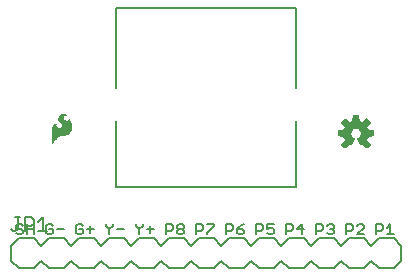
<source format=gbr>
G04 EAGLE Gerber RS-274X export*
G75*
%MOMM*%
%FSLAX34Y34*%
%LPD*%
%INSilkscreen Top*%
%IPPOS*%
%AMOC8*
5,1,8,0,0,1.08239X$1,22.5*%
G01*
%ADD10C,0.152400*%
%ADD11C,0.203200*%
%ADD12C,0.127000*%

G36*
X301420Y101746D02*
X301420Y101746D01*
X301528Y101756D01*
X301541Y101762D01*
X301555Y101764D01*
X301652Y101812D01*
X301751Y101857D01*
X301764Y101868D01*
X301773Y101872D01*
X301788Y101888D01*
X301865Y101950D01*
X304450Y104535D01*
X304513Y104624D01*
X304579Y104709D01*
X304584Y104722D01*
X304592Y104734D01*
X304623Y104837D01*
X304659Y104940D01*
X304659Y104954D01*
X304663Y104967D01*
X304659Y105075D01*
X304660Y105184D01*
X304655Y105197D01*
X304655Y105211D01*
X304617Y105313D01*
X304582Y105415D01*
X304573Y105430D01*
X304569Y105439D01*
X304555Y105456D01*
X304501Y105538D01*
X301737Y108928D01*
X302294Y110010D01*
X302300Y110030D01*
X302342Y110125D01*
X302713Y111284D01*
X307064Y111727D01*
X307168Y111755D01*
X307274Y111780D01*
X307286Y111787D01*
X307299Y111790D01*
X307389Y111851D01*
X307482Y111908D01*
X307490Y111919D01*
X307502Y111927D01*
X307568Y112013D01*
X307637Y112097D01*
X307641Y112110D01*
X307650Y112121D01*
X307684Y112224D01*
X307723Y112325D01*
X307724Y112343D01*
X307728Y112352D01*
X307728Y112374D01*
X307737Y112472D01*
X307737Y116128D01*
X307720Y116235D01*
X307706Y116343D01*
X307700Y116355D01*
X307698Y116369D01*
X307646Y116465D01*
X307599Y116562D01*
X307589Y116572D01*
X307583Y116584D01*
X307503Y116658D01*
X307427Y116735D01*
X307415Y116741D01*
X307405Y116751D01*
X307306Y116796D01*
X307209Y116844D01*
X307191Y116848D01*
X307182Y116852D01*
X307161Y116854D01*
X307064Y116873D01*
X302713Y117316D01*
X302342Y118475D01*
X302333Y118492D01*
X302331Y118500D01*
X302327Y118507D01*
X302294Y118590D01*
X301737Y119672D01*
X304501Y123062D01*
X304555Y123156D01*
X304612Y123248D01*
X304615Y123261D01*
X304622Y123273D01*
X304643Y123380D01*
X304668Y123485D01*
X304666Y123499D01*
X304669Y123513D01*
X304654Y123620D01*
X304644Y123728D01*
X304638Y123741D01*
X304636Y123755D01*
X304588Y123852D01*
X304543Y123951D01*
X304532Y123964D01*
X304528Y123973D01*
X304512Y123988D01*
X304450Y124065D01*
X301865Y126650D01*
X301776Y126713D01*
X301691Y126779D01*
X301678Y126784D01*
X301666Y126792D01*
X301563Y126823D01*
X301460Y126859D01*
X301446Y126859D01*
X301433Y126863D01*
X301325Y126859D01*
X301216Y126860D01*
X301203Y126855D01*
X301189Y126855D01*
X301087Y126817D01*
X300985Y126782D01*
X300970Y126773D01*
X300961Y126769D01*
X300944Y126755D01*
X300862Y126701D01*
X297472Y123937D01*
X296390Y124494D01*
X296370Y124500D01*
X296275Y124542D01*
X295116Y124913D01*
X294673Y129264D01*
X294645Y129368D01*
X294620Y129474D01*
X294613Y129486D01*
X294610Y129499D01*
X294549Y129589D01*
X294492Y129682D01*
X294481Y129690D01*
X294473Y129702D01*
X294387Y129768D01*
X294303Y129837D01*
X294290Y129841D01*
X294279Y129850D01*
X294176Y129884D01*
X294075Y129923D01*
X294057Y129924D01*
X294048Y129928D01*
X294026Y129928D01*
X293928Y129937D01*
X290272Y129937D01*
X290165Y129920D01*
X290057Y129906D01*
X290045Y129900D01*
X290031Y129898D01*
X289935Y129846D01*
X289838Y129799D01*
X289828Y129789D01*
X289816Y129783D01*
X289742Y129703D01*
X289665Y129627D01*
X289659Y129615D01*
X289649Y129605D01*
X289604Y129506D01*
X289556Y129409D01*
X289552Y129391D01*
X289548Y129382D01*
X289546Y129361D01*
X289527Y129264D01*
X289084Y124913D01*
X287925Y124542D01*
X287907Y124532D01*
X287810Y124494D01*
X286728Y123937D01*
X283338Y126701D01*
X283244Y126755D01*
X283152Y126812D01*
X283139Y126815D01*
X283127Y126822D01*
X283020Y126843D01*
X282915Y126868D01*
X282901Y126866D01*
X282887Y126869D01*
X282780Y126854D01*
X282672Y126844D01*
X282659Y126838D01*
X282646Y126836D01*
X282548Y126788D01*
X282449Y126743D01*
X282436Y126732D01*
X282427Y126728D01*
X282412Y126712D01*
X282335Y126650D01*
X279750Y124065D01*
X279687Y123976D01*
X279621Y123891D01*
X279616Y123878D01*
X279608Y123866D01*
X279577Y123763D01*
X279541Y123660D01*
X279541Y123646D01*
X279537Y123633D01*
X279541Y123525D01*
X279540Y123416D01*
X279545Y123403D01*
X279545Y123389D01*
X279583Y123287D01*
X279618Y123185D01*
X279627Y123170D01*
X279631Y123161D01*
X279645Y123144D01*
X279699Y123062D01*
X282463Y119672D01*
X281906Y118590D01*
X281900Y118570D01*
X281858Y118475D01*
X281487Y117316D01*
X277136Y116873D01*
X277032Y116845D01*
X276926Y116820D01*
X276914Y116813D01*
X276901Y116810D01*
X276811Y116749D01*
X276718Y116692D01*
X276710Y116681D01*
X276698Y116673D01*
X276632Y116587D01*
X276564Y116503D01*
X276559Y116490D01*
X276550Y116479D01*
X276516Y116376D01*
X276477Y116275D01*
X276476Y116257D01*
X276472Y116248D01*
X276473Y116226D01*
X276463Y116128D01*
X276463Y112472D01*
X276480Y112365D01*
X276494Y112257D01*
X276500Y112245D01*
X276502Y112231D01*
X276554Y112135D01*
X276601Y112038D01*
X276611Y112028D01*
X276617Y112016D01*
X276697Y111942D01*
X276773Y111865D01*
X276785Y111859D01*
X276796Y111849D01*
X276894Y111804D01*
X276991Y111756D01*
X277009Y111752D01*
X277018Y111748D01*
X277039Y111746D01*
X277136Y111727D01*
X281487Y111284D01*
X281858Y110125D01*
X281868Y110107D01*
X281906Y110010D01*
X282463Y108928D01*
X279699Y105538D01*
X279645Y105444D01*
X279588Y105352D01*
X279585Y105339D01*
X279578Y105327D01*
X279557Y105220D01*
X279532Y105115D01*
X279534Y105101D01*
X279531Y105087D01*
X279546Y104980D01*
X279556Y104872D01*
X279562Y104859D01*
X279564Y104846D01*
X279612Y104748D01*
X279657Y104649D01*
X279668Y104636D01*
X279672Y104627D01*
X279688Y104612D01*
X279750Y104535D01*
X282335Y101950D01*
X282424Y101887D01*
X282509Y101821D01*
X282522Y101816D01*
X282534Y101808D01*
X282637Y101777D01*
X282740Y101741D01*
X282754Y101741D01*
X282767Y101737D01*
X282875Y101741D01*
X282984Y101740D01*
X282997Y101745D01*
X283011Y101745D01*
X283113Y101783D01*
X283215Y101818D01*
X283230Y101827D01*
X283239Y101831D01*
X283256Y101845D01*
X283338Y101899D01*
X286728Y104663D01*
X287810Y104106D01*
X287863Y104089D01*
X287912Y104063D01*
X287978Y104052D01*
X288042Y104031D01*
X288098Y104032D01*
X288152Y104023D01*
X288219Y104034D01*
X288286Y104035D01*
X288338Y104053D01*
X288393Y104062D01*
X288453Y104094D01*
X288516Y104117D01*
X288559Y104151D01*
X288609Y104177D01*
X288655Y104226D01*
X288707Y104268D01*
X288738Y104315D01*
X288776Y104355D01*
X288832Y104460D01*
X288840Y104473D01*
X288841Y104478D01*
X288845Y104485D01*
X290998Y109682D01*
X291018Y109766D01*
X291023Y109778D01*
X291025Y109794D01*
X291050Y109880D01*
X291049Y109900D01*
X291054Y109920D01*
X291046Y110002D01*
X291047Y110021D01*
X291043Y110041D01*
X291039Y110124D01*
X291032Y110143D01*
X291030Y110163D01*
X290998Y110232D01*
X290992Y110259D01*
X290977Y110283D01*
X290950Y110352D01*
X290937Y110367D01*
X290929Y110385D01*
X290884Y110434D01*
X290864Y110466D01*
X290832Y110492D01*
X290793Y110538D01*
X290772Y110553D01*
X290762Y110563D01*
X290741Y110575D01*
X290678Y110619D01*
X290675Y110621D01*
X290674Y110621D01*
X290672Y110623D01*
X289788Y111118D01*
X289109Y111745D01*
X288595Y112514D01*
X288275Y113382D01*
X288167Y114299D01*
X288280Y115234D01*
X288611Y116115D01*
X289143Y116892D01*
X289844Y117521D01*
X290674Y117964D01*
X291586Y118198D01*
X292528Y118208D01*
X293444Y117994D01*
X294284Y117569D01*
X294998Y116956D01*
X295547Y116191D01*
X295898Y115317D01*
X296031Y114385D01*
X295939Y113448D01*
X295627Y112560D01*
X295112Y111772D01*
X294425Y111128D01*
X293526Y110622D01*
X293486Y110589D01*
X293444Y110567D01*
X293413Y110534D01*
X293365Y110499D01*
X293352Y110482D01*
X293336Y110469D01*
X293301Y110415D01*
X293277Y110389D01*
X293264Y110358D01*
X293222Y110301D01*
X293216Y110281D01*
X293205Y110263D01*
X293187Y110190D01*
X293177Y110167D01*
X293174Y110143D01*
X293151Y110068D01*
X293152Y110047D01*
X293147Y110026D01*
X293154Y109942D01*
X293153Y109924D01*
X293156Y109908D01*
X293159Y109824D01*
X293167Y109798D01*
X293168Y109783D01*
X293178Y109761D01*
X293202Y109682D01*
X293510Y108937D01*
X293511Y108937D01*
X293821Y108188D01*
X294131Y107439D01*
X294131Y107438D01*
X294442Y106690D01*
X294442Y106689D01*
X294752Y105940D01*
X295062Y105191D01*
X295063Y105191D01*
X295355Y104485D01*
X295384Y104438D01*
X295405Y104386D01*
X295448Y104335D01*
X295484Y104278D01*
X295527Y104243D01*
X295563Y104200D01*
X295620Y104166D01*
X295672Y104123D01*
X295724Y104104D01*
X295772Y104075D01*
X295838Y104061D01*
X295901Y104037D01*
X295956Y104035D01*
X296010Y104024D01*
X296077Y104031D01*
X296144Y104029D01*
X296198Y104045D01*
X296253Y104052D01*
X296364Y104096D01*
X296378Y104100D01*
X296382Y104103D01*
X296390Y104106D01*
X297472Y104663D01*
X300862Y101899D01*
X300956Y101845D01*
X301048Y101788D01*
X301061Y101785D01*
X301073Y101778D01*
X301180Y101757D01*
X301285Y101732D01*
X301299Y101734D01*
X301313Y101731D01*
X301420Y101746D01*
G37*
G36*
X34955Y105100D02*
X34955Y105100D01*
X34955Y105198D01*
X35454Y105696D01*
X35454Y105697D01*
X35754Y106197D01*
X36254Y106696D01*
X36254Y106697D01*
X36754Y107297D01*
X37954Y108496D01*
X37954Y108497D01*
X38554Y109197D01*
X39154Y109896D01*
X40153Y110896D01*
X40653Y111196D01*
X41152Y111495D01*
X41750Y111595D01*
X43650Y111595D01*
X43651Y111595D01*
X44851Y111795D01*
X45951Y112095D01*
X45952Y112096D01*
X45952Y112095D01*
X46952Y112495D01*
X46952Y112496D01*
X46953Y112496D01*
X47953Y113096D01*
X48753Y113796D01*
X48754Y113796D01*
X49554Y114596D01*
X49554Y114597D01*
X50254Y115497D01*
X50254Y115498D01*
X51254Y117298D01*
X51255Y117299D01*
X51755Y119199D01*
X51755Y119200D01*
X51855Y120900D01*
X51855Y120901D01*
X51555Y122501D01*
X51555Y122502D01*
X51055Y124002D01*
X51054Y124002D01*
X51054Y124003D01*
X50354Y125103D01*
X49554Y126003D01*
X49553Y126003D01*
X49553Y126004D01*
X48753Y126504D01*
X48751Y126504D01*
X48751Y126505D01*
X48749Y126504D01*
X48746Y126503D01*
X48746Y126501D01*
X48745Y126500D01*
X48745Y125601D01*
X48645Y125302D01*
X48546Y125103D01*
X48247Y124804D01*
X47949Y124705D01*
X47651Y124705D01*
X46852Y124905D01*
X46452Y125104D01*
X46153Y125304D01*
X45753Y125604D01*
X45154Y126203D01*
X44954Y126503D01*
X44755Y126802D01*
X44655Y127201D01*
X44655Y127799D01*
X44755Y128098D01*
X44854Y128298D01*
X45054Y128596D01*
X45453Y128896D01*
X45852Y129095D01*
X46351Y129195D01*
X46751Y129295D01*
X47349Y129295D01*
X47548Y129196D01*
X47549Y129196D01*
X47550Y129195D01*
X47650Y129195D01*
X47651Y129196D01*
X47653Y129196D01*
X47653Y129198D01*
X47655Y129199D01*
X47653Y129201D01*
X47654Y129204D01*
X47554Y129304D01*
X47553Y129304D01*
X47153Y129604D01*
X47152Y129604D01*
X45752Y130304D01*
X45751Y130304D01*
X45751Y130305D01*
X44851Y130505D01*
X44850Y130505D01*
X43850Y130505D01*
X43849Y130505D01*
X42749Y130305D01*
X42748Y130304D01*
X41648Y129704D01*
X41647Y129704D01*
X40747Y129004D01*
X40747Y129003D01*
X40746Y129003D01*
X40246Y128203D01*
X40246Y128202D01*
X40245Y128202D01*
X39945Y127302D01*
X39945Y127301D01*
X39946Y127301D01*
X39945Y127300D01*
X39945Y126500D01*
X39946Y126499D01*
X39945Y126499D01*
X40145Y125599D01*
X40146Y125598D01*
X40646Y124698D01*
X40646Y124697D01*
X41346Y123897D01*
X42146Y122997D01*
X42146Y122996D01*
X42846Y122297D01*
X43145Y121499D01*
X43145Y120801D01*
X42946Y120203D01*
X42547Y119704D01*
X41948Y119305D01*
X41149Y119105D01*
X40350Y119105D01*
X39851Y119205D01*
X39353Y119404D01*
X38754Y120003D01*
X38555Y120302D01*
X38455Y120601D01*
X38455Y120999D01*
X38554Y121297D01*
X39153Y121896D01*
X39452Y121995D01*
X39452Y121996D01*
X39852Y122196D01*
X39853Y122197D01*
X39854Y122196D01*
X39954Y122296D01*
X39954Y122297D01*
X39954Y122299D01*
X39954Y122303D01*
X39953Y122303D01*
X39952Y122304D01*
X39552Y122504D01*
X39551Y122504D01*
X39550Y122505D01*
X38350Y122505D01*
X38349Y122505D01*
X37749Y122405D01*
X37249Y122305D01*
X37249Y122304D01*
X37248Y122305D01*
X36748Y122105D01*
X36748Y122104D01*
X36747Y122104D01*
X36347Y121804D01*
X35847Y121404D01*
X35847Y121403D01*
X35846Y121403D01*
X35246Y120403D01*
X35246Y120402D01*
X35245Y120401D01*
X35045Y119701D01*
X34945Y118901D01*
X34945Y118900D01*
X34945Y105100D01*
X34949Y105095D01*
X34955Y105100D01*
G37*
D10*
X308907Y28702D02*
X308907Y37345D01*
X313229Y37345D01*
X314669Y35905D01*
X314669Y33024D01*
X313229Y31583D01*
X308907Y31583D01*
X318262Y34464D02*
X321143Y37345D01*
X321143Y28702D01*
X318262Y28702D02*
X324024Y28702D01*
X283507Y28702D02*
X283507Y37345D01*
X287829Y37345D01*
X289269Y35905D01*
X289269Y33024D01*
X287829Y31583D01*
X283507Y31583D01*
X292862Y28702D02*
X298624Y28702D01*
X292862Y28702D02*
X298624Y34464D01*
X298624Y35905D01*
X297184Y37345D01*
X294303Y37345D01*
X292862Y35905D01*
X258107Y37345D02*
X258107Y28702D01*
X258107Y37345D02*
X262429Y37345D01*
X263869Y35905D01*
X263869Y33024D01*
X262429Y31583D01*
X258107Y31583D01*
X267462Y35905D02*
X268903Y37345D01*
X271784Y37345D01*
X273224Y35905D01*
X273224Y34464D01*
X271784Y33024D01*
X270343Y33024D01*
X271784Y33024D02*
X273224Y31583D01*
X273224Y30143D01*
X271784Y28702D01*
X268903Y28702D01*
X267462Y30143D01*
X232707Y28702D02*
X232707Y37345D01*
X237029Y37345D01*
X238469Y35905D01*
X238469Y33024D01*
X237029Y31583D01*
X232707Y31583D01*
X246384Y28702D02*
X246384Y37345D01*
X242062Y33024D01*
X247824Y33024D01*
X207307Y28702D02*
X207307Y37345D01*
X211629Y37345D01*
X213069Y35905D01*
X213069Y33024D01*
X211629Y31583D01*
X207307Y31583D01*
X216662Y37345D02*
X222424Y37345D01*
X216662Y37345D02*
X216662Y33024D01*
X219543Y34464D01*
X220984Y34464D01*
X222424Y33024D01*
X222424Y30143D01*
X220984Y28702D01*
X218103Y28702D01*
X216662Y30143D01*
X181907Y28702D02*
X181907Y37345D01*
X186229Y37345D01*
X187669Y35905D01*
X187669Y33024D01*
X186229Y31583D01*
X181907Y31583D01*
X194143Y35905D02*
X197024Y37345D01*
X194143Y35905D02*
X191262Y33024D01*
X191262Y30143D01*
X192703Y28702D01*
X195584Y28702D01*
X197024Y30143D01*
X197024Y31583D01*
X195584Y33024D01*
X191262Y33024D01*
X156507Y28702D02*
X156507Y37345D01*
X160829Y37345D01*
X162269Y35905D01*
X162269Y33024D01*
X160829Y31583D01*
X156507Y31583D01*
X165862Y37345D02*
X171624Y37345D01*
X171624Y35905D01*
X165862Y30143D01*
X165862Y28702D01*
X131107Y28702D02*
X131107Y37345D01*
X135429Y37345D01*
X136869Y35905D01*
X136869Y33024D01*
X135429Y31583D01*
X131107Y31583D01*
X140462Y35905D02*
X141903Y37345D01*
X144784Y37345D01*
X146224Y35905D01*
X146224Y34464D01*
X144784Y33024D01*
X146224Y31583D01*
X146224Y30143D01*
X144784Y28702D01*
X141903Y28702D01*
X140462Y30143D01*
X140462Y31583D01*
X141903Y33024D01*
X140462Y34464D01*
X140462Y35905D01*
X141903Y33024D02*
X144784Y33024D01*
X105707Y35905D02*
X105707Y37345D01*
X105707Y35905D02*
X108588Y33024D01*
X111469Y35905D01*
X111469Y37345D01*
X108588Y33024D02*
X108588Y28702D01*
X115062Y33024D02*
X120824Y33024D01*
X117943Y35905D02*
X117943Y30143D01*
X80307Y35905D02*
X80307Y37345D01*
X80307Y35905D02*
X83188Y33024D01*
X86069Y35905D01*
X86069Y37345D01*
X83188Y33024D02*
X83188Y28702D01*
X89662Y33024D02*
X95424Y33024D01*
X60669Y35905D02*
X59229Y37345D01*
X56347Y37345D01*
X54907Y35905D01*
X54907Y30143D01*
X56347Y28702D01*
X59229Y28702D01*
X60669Y30143D01*
X60669Y33024D01*
X57788Y33024D01*
X64262Y33024D02*
X70024Y33024D01*
X67143Y35905D02*
X67143Y30143D01*
X35269Y35905D02*
X33829Y37345D01*
X30947Y37345D01*
X29507Y35905D01*
X29507Y30143D01*
X30947Y28702D01*
X33829Y28702D01*
X35269Y30143D01*
X35269Y33024D01*
X32388Y33024D01*
X38862Y33024D02*
X44624Y33024D01*
X9869Y35905D02*
X8429Y37345D01*
X5547Y37345D01*
X4107Y35905D01*
X4107Y34464D01*
X5547Y33024D01*
X8429Y33024D01*
X9869Y31583D01*
X9869Y30143D01*
X8429Y28702D01*
X5547Y28702D01*
X4107Y30143D01*
X13462Y28702D02*
X13462Y37345D01*
X13462Y33024D02*
X19224Y33024D01*
X19224Y37345D02*
X19224Y28702D01*
D11*
X158750Y25400D02*
X171450Y25400D01*
X177800Y19050D01*
X177800Y6350D02*
X171450Y0D01*
X133350Y25400D02*
X127000Y19050D01*
X133350Y25400D02*
X146050Y25400D01*
X152400Y19050D01*
X152400Y6350D02*
X146050Y0D01*
X133350Y0D01*
X127000Y6350D01*
X152400Y19050D02*
X158750Y25400D01*
X152400Y6350D02*
X158750Y0D01*
X171450Y0D01*
X95250Y25400D02*
X82550Y25400D01*
X95250Y25400D02*
X101600Y19050D01*
X101600Y6350D02*
X95250Y0D01*
X101600Y19050D02*
X107950Y25400D01*
X120650Y25400D01*
X127000Y19050D01*
X127000Y6350D02*
X120650Y0D01*
X107950Y0D01*
X101600Y6350D01*
X57150Y25400D02*
X50800Y19050D01*
X57150Y25400D02*
X69850Y25400D01*
X76200Y19050D01*
X76200Y6350D02*
X69850Y0D01*
X57150Y0D01*
X50800Y6350D01*
X76200Y19050D02*
X82550Y25400D01*
X76200Y6350D02*
X82550Y0D01*
X95250Y0D01*
X19050Y25400D02*
X6350Y25400D01*
X19050Y25400D02*
X25400Y19050D01*
X25400Y6350D02*
X19050Y0D01*
X25400Y19050D02*
X31750Y25400D01*
X44450Y25400D01*
X50800Y19050D01*
X50800Y6350D02*
X44450Y0D01*
X31750Y0D01*
X25400Y6350D01*
X0Y6350D02*
X0Y19050D01*
X6350Y25400D01*
X0Y6350D02*
X6350Y0D01*
X19050Y0D01*
X184150Y25400D02*
X196850Y25400D01*
X203200Y19050D01*
X203200Y6350D02*
X196850Y0D01*
X177800Y19050D02*
X184150Y25400D01*
X177800Y6350D02*
X184150Y0D01*
X196850Y0D01*
X209550Y25400D02*
X222250Y25400D01*
X228600Y19050D01*
X228600Y6350D02*
X222250Y0D01*
X203200Y19050D02*
X209550Y25400D01*
X203200Y6350D02*
X209550Y0D01*
X222250Y0D01*
X234950Y25400D02*
X247650Y25400D01*
X254000Y19050D01*
X254000Y6350D02*
X247650Y0D01*
X228600Y19050D02*
X234950Y25400D01*
X228600Y6350D02*
X234950Y0D01*
X247650Y0D01*
X260350Y25400D02*
X273050Y25400D01*
X279400Y19050D01*
X279400Y6350D02*
X273050Y0D01*
X254000Y19050D02*
X260350Y25400D01*
X254000Y6350D02*
X260350Y0D01*
X273050Y0D01*
X285750Y25400D02*
X298450Y25400D01*
X330200Y19050D02*
X330200Y6350D01*
X285750Y25400D02*
X279400Y19050D01*
X279400Y6350D02*
X285750Y0D01*
X298450Y0D01*
X304800Y19050D02*
X298450Y25400D01*
X304800Y6350D02*
X298450Y0D01*
X311150Y25400D02*
X323850Y25400D01*
X330200Y19050D01*
X330200Y6350D02*
X323850Y0D01*
X304800Y19050D02*
X311150Y25400D01*
X304800Y6350D02*
X311150Y0D01*
X323850Y0D01*
D12*
X1780Y31623D02*
X-127Y33530D01*
X1780Y31623D02*
X3686Y31623D01*
X5593Y33530D01*
X5593Y43063D01*
X3686Y43063D02*
X7500Y43063D01*
X11567Y43063D02*
X11567Y31623D01*
X11567Y43063D02*
X17287Y43063D01*
X19193Y41156D01*
X19193Y37343D01*
X17287Y35436D01*
X11567Y35436D01*
X23261Y39250D02*
X27074Y43063D01*
X27074Y31623D01*
X23261Y31623D02*
X30887Y31623D01*
D11*
X89900Y68450D02*
X241300Y68450D01*
X241300Y220450D02*
X88900Y220450D01*
X241300Y124400D02*
X241300Y69400D01*
X89300Y68400D02*
X89300Y124400D01*
X241300Y152400D02*
X241300Y219400D01*
X89300Y220400D02*
X89300Y152400D01*
M02*

</source>
